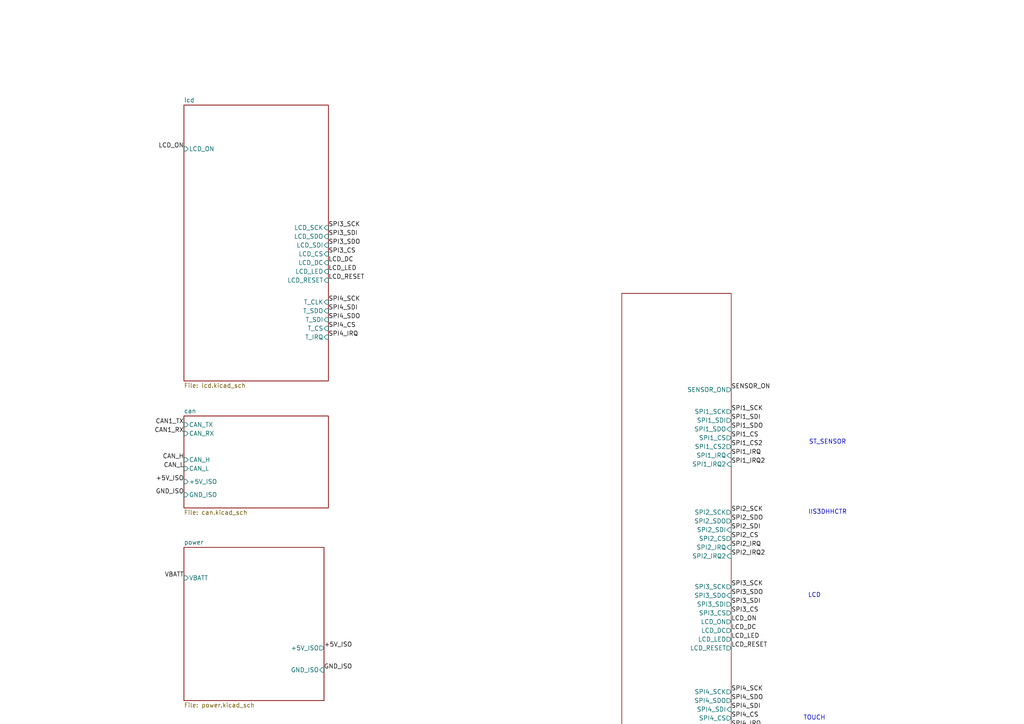
<source format=kicad_sch>
(kicad_sch (version 20231120) (generator "eeschema") (generator_version "8.0")
  (paper "A4")
  (title_block (date "2024-05-30"))
  (lib_symbols
    (symbol "Connector:Screw_Terminal_01x06" (pin_names (offset 1.016) hide)
      (property "Reference" "J" (at 0 7.62 0))
      (property "Value" "Screw_Terminal_01x06" (at 0 -10.16 0))
      (symbol "Screw_Terminal_01x06_1_1"
        (rectangle (start -1.27 6.35) (end 1.27 -8.89) (stroke (width 0.254)) (fill (type background)))
        (circle (center 0 -7.62) (radius 0.635) (stroke (width 0.1524)))
        (circle (center 0 -5.08) (radius 0.635) (stroke (width 0.1524)))
        (circle (center 0 -2.54) (radius 0.635) (stroke (width 0.1524)))
        (polyline (pts (xy -0.5334 -7.2898) (xy 0.3302 -8.128)) (stroke (width 0.1524)))
        (polyline (pts (xy -0.5334 -4.7498) (xy 0.3302 -5.588)) (stroke (width 0.1524)))
        (polyline (pts (xy -0.5334 -2.2098) (xy 0.3302 -3.048)) (stroke (width 0.1524)))
        (polyline (pts (xy -0.5334 0.3302) (xy 0.3302 -0.508)) (stroke (width 0.1524)))
        (polyline (pts (xy -0.5334 2.8702) (xy 0.3302 2.032)) (stroke (width 0.1524)))
        (polyline (pts (xy -0.5334 5.4102) (xy 0.3302 4.572)) (stroke (width 0.1524)))
        (polyline (pts (xy -0.3556 -7.112) (xy 0.508 -7.9502)) (stroke (width 0.1524)))
        (polyline (pts (xy -0.3556 -4.572) (xy 0.508 -5.4102)) (stroke (width 0.1524)))
        (polyline (pts (xy -0.3556 -2.032) (xy 0.508 -2.8702)) (stroke (width 0.1524)))
        (polyline (pts (xy -0.3556 0.508) (xy 0.508 -0.3302)) (stroke (width 0.1524)))
        (polyline (pts (xy -0.3556 3.048) (xy 0.508 2.2098)) (stroke (width 0.1524)))
        (polyline (pts (xy -0.3556 5.588) (xy 0.508 4.7498)) (stroke (width 0.1524)))
        (circle (center 0 0) (radius 0.635) (stroke (width 0.1524)))
        (circle (center 0 2.54) (radius 0.635) (stroke (width 0.1524)))
        (circle (center 0 5.08) (radius 0.635) (stroke (width 0.1524)))
        (pin passive line (at -5.08 5.08 0) (length 3.81) (name "Pin_1") (number "1"))
        (pin passive line (at -5.08 2.54 0) (length 3.81) (name "Pin_2") (number "2"))
        (pin passive line (at -5.08 0 0) (length 3.81) (name "Pin_3") (number "3"))
        (pin passive line (at -5.08 -2.54 0) (length 3.81) (name "Pin_4") (number "4"))
        (pin passive line (at -5.08 -5.08 0) (length 3.81) (name "Pin_5") (number "5"))
        (pin passive line (at -5.08 -7.62 0) (length 3.81) (name "Pin_6") (number "6"))
      )
    )
    (symbol "Mechanical:MountingHole" (pin_names (offset 1.016)) (exclude_from_sim yes) (in_bom no)
      (property "Reference" "H" (at 0 5.08 0))
      (property "Value" "MountingHole" (at 0 3.175 0))
      (symbol "MountingHole_0_1"
        (circle (center 0 0) (radius 1.27) (stroke (width 1.27)))
      )
    )
    (symbol "l8-kicad-rescue:GND-power" (power) (pin_names (offset 0))
      (property "Value" "power_GND" (at 0 -3.81 0))
      (symbol "GND-power_0_1"
        (polyline (pts (xy 0 0) (xy 0 -1.27) (xy 1.27 -1.27) (xy 0 -2.54) (xy -1.27 -1.27) (xy 0 -1.27)))
      )
      (symbol "GND-power_1_1"
        (pin power_in line (at 0 0 270) (length 0) hide (name "GND") (number "1"))
      )
    )
  )
  (junction (at 386.08 214.63))
  (wire (pts (xy 386.08 212.09) (xy 386.08 214.63)))
  (wire (pts (xy 375.92 214.63) (xy 386.08 214.63)))
  (wire (pts (xy 375.92 204.47) (xy 396.24 204.47)))
  (wire (pts (xy 375.92 212.09) (xy 386.08 212.09)))
  (wire (pts (xy 375.92 209.55) (xy 396.24 209.55)))
  (wire (pts (xy 375.92 201.93) (xy 396.24 201.93)))
  (wire (pts (xy 386.08 214.63) (xy 386.08 220.98)))
  (wire (pts (xy 375.92 207.01) (xy 396.24 207.01)))
  (text "ST_SENSOR" (at 240.03 128.27 0) (effects (font (size 1.27 1.27))))
  (text "LCD" (at 236.22 172.72 0) (effects (font (size 1.27 1.27))))
  (text "IIS3DHHCTR" (at 240.03 148.59 0) (effects (font (size 1.27 1.27))))
  (text "TOUCH" (at 236.22 208.28 0) (effects (font (size 1.27 1.27))))
  (label "SPI1_IRQ" (at 92.71 228.6 0))
  (label "+5V_ISO" (at 93.98 187.96 0))
  (label "SPI1_CS" (at 92.71 223.52 0))
  (label "LCD_RESET" (at 212.09 187.96 0))
  (label "SPI1_IRQ2" (at 92.71 231.14 0))
  (label "CAN_L" (at 396.24 204.47 0))
  (label "LCD_LED" (at 95.25 78.74 0))
  (label "LCD_ON" (at 212.09 180.34 0))
  (label "CAN1_TX" (at 180.34 227.33 180))
  (label "SPI4_CS" (at 212.09 208.28 0))
  (label "SPI4_SDI" (at 212.09 205.74 0))
  (label "SPI3_SDI" (at 95.25 68.58 0))
  (label "LCD_DC" (at 212.09 182.88 0))
  (label "SPI1_CS" (at 212.09 127 0))
  (label "SPI2_SDO" (at 92.71 242.57 0))
  (label "SPI3_CS" (at 95.25 73.66 0))
  (label "GND_ISO" (at 93.98 194.31 0))
  (label "LCD_LED" (at 212.09 185.42 0))
  (label "SENSOR_ON" (at 212.09 113.03 0))
  (label "SPI2_IRQ" (at 92.71 247.65 0))
  (label "SPI3_SDI" (at 212.09 175.26 0))
  (label "CAN_L" (at 53.34 135.89 180))
  (label "SPI2_SDO" (at 212.09 151.13 0))
  (label "LCD_DC" (at 95.25 76.2 0))
  (label "SPI4_CS" (at 95.25 95.25 0))
  (label "SPI1_SDO" (at 92.71 220.98 0))
  (label "SPI3_SDO" (at 95.25 71.12 0))
  (label "CAN_H" (at 53.34 133.35 180))
  (label "SPI2_CS" (at 92.71 245.11 0))
  (label "SPI2_SCK" (at 92.71 237.49 0))
  (label "SPI2_SDI" (at 212.09 153.67 0))
  (label "SPI2_CS" (at 212.09 156.21 0))
  (label "CAN1_RX" (at 53.34 125.73 180))
  (label "CAN1_TX" (at 53.34 123.19 180))
  (label "SPI3_SCK" (at 212.09 170.18 0))
  (label "SPI3_SDO" (at 212.09 172.72 0))
  (label "SPI4_SCK" (at 212.09 200.66 0))
  (label "LCD_RESET" (at 95.25 81.28 0))
  (label "SPI1_SDI" (at 92.71 218.44 0))
  (label "SPI4_IRQ" (at 212.09 210.82 0))
  (label "SPI1_SDI" (at 212.09 121.92 0))
  (label "SPI3_SCK" (at 95.25 66.04 0))
  (label "SPI1_IRQ2" (at 212.09 134.62 0))
  (label "SPI1_CS2" (at 212.09 129.54 0))
  (label "SPI4_SCK" (at 95.25 87.63 0))
  (label "SPI4_SDO" (at 95.25 92.71 0))
  (label "CAN1_RX" (at 180.34 224.79 180))
  (label "SPI4_SDO" (at 212.09 203.2 0))
  (label "SPI1_SCK" (at 92.71 215.9 0))
  (label "LCD_ON" (at 53.34 43.18 180))
  (label "SPI1_SDO" (at 212.09 124.46 0))
  (label "SPI2_SDI" (at 92.71 240.03 0))
  (label "SPI1_CS2" (at 92.71 226.06 0))
  (label "SPI4_IRQ" (at 95.25 97.79 0))
  (label "+5V_ISO" (at 53.34 139.7 180))
  (label "VBATT" (at 53.34 167.64 180))
  (label "SPI1_IRQ" (at 212.09 132.08 0))
  (label "CAN_H" (at 396.24 207.01 0))
  (label "SPI2_IRQ2" (at 212.09 161.29 0))
  (label "GND_ISO" (at 396.24 201.93 0))
  (label "GND_ISO" (at 53.34 143.51 180))
  (label "SPI4_SDI" (at 95.25 90.17 0))
  (label "SPI2_IRQ2" (at 92.71 250.19 0))
  (label "SPI2_IRQ" (at 212.09 158.75 0))
  (label "SPI3_CS" (at 212.09 177.8 0))
  (label "SENSOR_ON" (at 52.07 222.25 180))
  (label "SPI1_SCK" (at 212.09 119.38 0))
  (label "SPI2_SCK" (at 212.09 148.59 0))
  (label "VBATT" (at 396.24 209.55 0))
  (symbol (lib_id "Mechanical:MountingHole") (at 388.62 245.11 0) (unit 1) (exclude_from_sim yes) (in_bom no)
    (property "Reference" "H2" (effects (hide yes)))
    (property "Value" "MountingHole" (effects (hide yes)))
    (property "Footprint" "MountingHole:MountingHole_4mm" (effects (hide yes)))
    (property "Description" "Mounting Hole without connection" (effects (hide yes)))
  )
  (symbol (lib_id "Connector:Screw_Terminal_01x06") (at 370.84 209.55 180) (unit 1)
    (property "Reference" "J3" (at 370.84 195.58 0))
    (property "Value" "Screw_Terminal_01x06" (at 370.84 198.12 0))
    (property "Footprint" "TerminalBlock_Phoenix:TerminalBlock_Phoenix_PT-1,5-6-3.5-H_1x06_P3.50mm_Horizontal" (effects (hide yes)))
    (property "Description" "Generic screw terminal, single row, 01x06, script generated (kicad-library-utils/schlib/autogen/connector/)" (effects (hide yes)))
  )
  (symbol (lib_id "Mechanical:MountingHole") (at 393.7 245.11 0) (unit 1) (exclude_from_sim yes) (in_bom no)
    (property "Reference" "H3" (effects (hide yes)))
    (property "Value" "MountingHole" (effects (hide yes)))
    (property "Footprint" "MountingHole:MountingHole_4mm" (effects (hide yes)))
    (property "Description" "Mounting Hole without connection" (effects (hide yes)))
  )
  (symbol (lib_id "l8-kicad-rescue:GND-power") (at 386.08 220.98 0) (unit 1)
    (property "Reference" "#PWR018" (effects (hide yes)))
    (property "Value" "GND" (at 386.08 226.06 0))
    (property "Description" "Power symbol creates a global label with name \"GND\" , ground" (effects (hide yes)))
  )
  (symbol (lib_id "Mechanical:MountingHole") (at 398.78 245.11 0) (unit 1) (exclude_from_sim yes) (in_bom no)
    (property "Reference" "H1" (effects (hide yes)))
    (property "Value" "MountingHole" (effects (hide yes)))
    (property "Footprint" "MountingHole:MountingHole_4mm" (effects (hide yes)))
    (property "Description" "Mounting Hole without connection" (effects (hide yes)))
  )
  (symbol (lib_id "Mechanical:MountingHole") (at 403.86 245.11 0) (unit 1) (exclude_from_sim yes) (in_bom no)
    (property "Reference" "H4" (effects (hide yes)))
    (property "Value" "MountingHole" (effects (hide yes)))
    (property "Footprint" "MountingHole:MountingHole_4mm" (effects (hide yes)))
    (property "Description" "Mounting Hole without connection" (effects (hide yes)))
  )
  (sheet (at 180.34 85.09) (size 31.75 162.56)
    (property "Sheetname" "MCU" (effects (hide yes)))
    (property "Sheetfile" "stm32.kicad_sch" (at 180.34 248.8696 0) (effects (justify left top)))
    (pin "SPI1_SCK" output (at 212.09 119.38 0))
    (pin "SPI2_SDO" output (at 212.09 151.13 0))
    (pin "SPI2_SDI" input (at 212.09 153.67 0))
    (pin "SPI1_SDI" output (at 212.09 121.92 0))
    (pin "SPI1_SDO" input (at 212.09 124.46 0))
    (pin "SPI2_SCK" output (at 212.09 148.59 0))
    (pin "SPI3_SDO" input (at 212.09 172.72 0))
    (pin "SPI3_SCK" output (at 212.09 170.18 0))
    (pin "SPI3_SDI" output (at 212.09 175.26 0))
    (pin "SPI4_SDI" input (at 212.09 205.74 0))
    (pin "SPI4_SCK" output (at 212.09 200.66 0))
    (pin "SPI4_SDO" output (at 212.09 203.2 0))
    (pin "SPI4_CS" output (at 212.09 208.28 0))
    (pin "SPI4_IRQ" input (at 212.09 210.82 0))
    (pin "SPI1_CS2" output (at 212.09 129.54 0))
    (pin "SPI1_CS" output (at 212.09 127 0))
    (pin "SPI1_IRQ" input (at 212.09 132.08 0))
    (pin "SPI1_IRQ2" input (at 212.09 134.62 0))
    (pin "SPI2_CS" output (at 212.09 156.21 0))
    (pin "LCD_ON" output (at 212.09 180.34 0))
    (pin "CAN1_RX" input (at 180.34 224.79 180))
    (pin "SPI3_CS" output (at 212.09 177.8 0))
    (pin "CAN1_TX" output (at 180.34 227.33 180))
    (pin "SENSOR_ON" output (at 212.09 113.03 0))
    (pin "LCD_DC" output (at 212.09 182.88 0))
    (pin "LCD_LED" output (at 212.09 185.42 0))
    (pin "LCD_RESET" output (at 212.09 187.96 0))
    (pin "SPI2_IRQ2" input (at 212.09 161.29 0))
    (pin "SPI2_IRQ" input (at 212.09 158.75 0))
  )
  (sheet (at 53.34 120.65) (size 41.91 26.67) (stroke (width 0.1524))
    (property "Sheetname" "can" (at 53.34 119.9384 0) (effects (justify left bottom)))
    (property "Sheetfile" "can.kicad_sch" (at 53.34 147.9046 0) (effects (justify left top)))
    (pin "CAN_L" input (at 53.34 135.89 180))
    (pin "CAN_H" input (at 53.34 133.35 180))
    (pin "GND_ISO" input (at 53.34 143.51 180))
    (pin "+5V_ISO" input (at 53.34 139.7 180))
    (pin "CAN_TX" input (at 53.34 123.19 180))
    (pin "CAN_RX" input (at 53.34 125.73 180))
  )
  (sheet (at 52.07 212.09) (size 40.64 41.91) (stroke (width 0.1524))
    (property "Sheetname" "sensor" (at 52.07 211.3784 0) (effects (justify left bottom)))
    (property "Sheetfile" "sensor.kicad_sch" (at 52.07 254.5846 0) (effects (justify left top)))
    (pin "IIS3DHHCTR_INT2" input (at 92.71 250.19 0))
    (pin "IIS3DHHCTR_INT1" input (at 92.71 247.65 0))
    (pin "ST_SENSOR_SDO" input (at 92.71 218.44 0))
    (pin "ST_SENSOR_SDI" input (at 92.71 220.98 0))
    (pin "IIS3DHHCTR_SDO" input (at 92.71 240.03 0))
    (pin "IIS3DHHCTR_CS" input (at 92.71 245.11 0))
    (pin "IIS3DHHCTR_SDI" input (at 92.71 242.57 0))
    (pin "ST_SENSOR_CS" input (at 92.71 223.52 0))
    (pin "ST_SENSOR_CS2" input (at 92.71 226.06 0))
    (pin "ST_SENSOR__INT1" input (at 92.71 228.6 0))
    (pin "ST_SENSOR_INT2" input (at 92.71 231.14 0))
    (pin "ST_SENSOR_SCK" input (at 92.71 215.9 0))
    (pin "IIS3DHHCTR_SCK" input (at 92.71 237.49 0))
    (pin "SENSOR_ON" input (at 52.07 222.25 180))
  )
  (sheet (at 53.34 30.48) (size 41.91 80.01) (stroke (width 0.1524))
    (property "Sheetname" "lcd" (at 53.34 29.7684 0) (effects (justify left bottom)))
    (property "Sheetfile" "lcd.kicad_sch" (at 53.34 111.0746 0) (effects (justify left top)))
    (pin "T_SDI" input (at 95.25 92.71 0))
    (pin "T_SDO" input (at 95.25 90.17 0))
    (pin "T_CS" input (at 95.25 95.25 0))
    (pin "T_IRQ" input (at 95.25 97.79 0))
    (pin "LCD_SDO" input (at 95.25 68.58 0))
    (pin "LCD_SCK" input (at 95.25 66.04 0))
    (pin "LCD_SDI" input (at 95.25 71.12 0))
    (pin "LCD_LED" input (at 95.25 78.74 0))
    (pin "T_CLK" input (at 95.25 87.63 0))
    (pin "LCD_DC" input (at 95.25 76.2 0))
    (pin "LCD_RESET" input (at 95.25 81.28 0))
    (pin "LCD_CS" input (at 95.25 73.66 0))
    (pin "LCD_ON" input (at 53.34 43.18 180))
  )
  (sheet (at 53.34 158.75) (size 40.64 44.45) (stroke (width 0.1524))
    (property "Sheetname" "power" (at 53.34 158.0384 0) (effects (justify left bottom)))
    (property "Sheetfile" "power.kicad_sch" (at 53.34 203.7846 0) (effects (justify left top)))
    (pin "GND_ISO" input (at 93.98 194.31 0))
    (pin "+5V_ISO" output (at 93.98 187.96 0))
    (pin "VBATT" input (at 53.34 167.64 180))
  )
)
</source>
